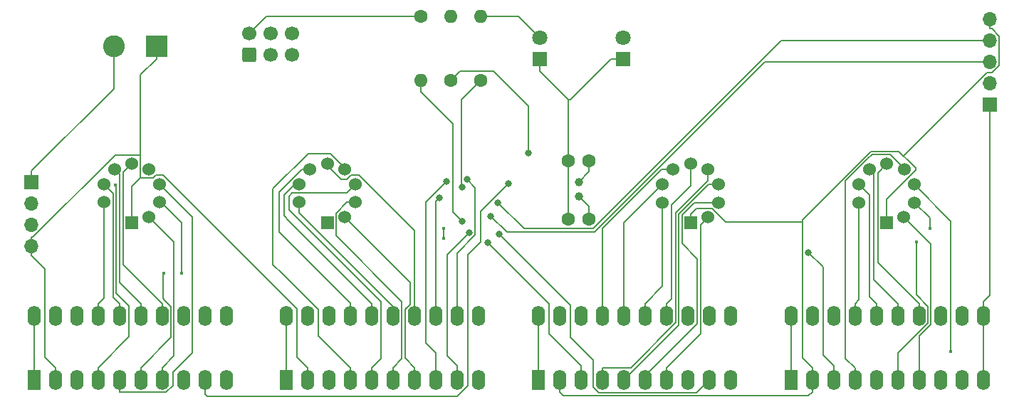
<source format=gbr>
G04 #@! TF.GenerationSoftware,KiCad,Pcbnew,6.0.4-6f826c9f35~116~ubuntu20.04.1*
G04 #@! TF.CreationDate,2022-04-12T09:58:37+02:00*
G04 #@! TF.ProjectId,numitron clock-rotated-numitrons,6e756d69-7472-46f6-9e20-636c6f636b2d,rev?*
G04 #@! TF.SameCoordinates,Original*
G04 #@! TF.FileFunction,Copper,L2,Bot*
G04 #@! TF.FilePolarity,Positive*
%FSLAX46Y46*%
G04 Gerber Fmt 4.6, Leading zero omitted, Abs format (unit mm)*
G04 Created by KiCad (PCBNEW 6.0.4-6f826c9f35~116~ubuntu20.04.1) date 2022-04-12 09:58:37*
%MOMM*%
%LPD*%
G01*
G04 APERTURE LIST*
G04 Aperture macros list*
%AMRoundRect*
0 Rectangle with rounded corners*
0 $1 Rounding radius*
0 $2 $3 $4 $5 $6 $7 $8 $9 X,Y pos of 4 corners*
0 Add a 4 corners polygon primitive as box body*
4,1,4,$2,$3,$4,$5,$6,$7,$8,$9,$2,$3,0*
0 Add four circle primitives for the rounded corners*
1,1,$1+$1,$2,$3*
1,1,$1+$1,$4,$5*
1,1,$1+$1,$6,$7*
1,1,$1+$1,$8,$9*
0 Add four rect primitives between the rounded corners*
20,1,$1+$1,$2,$3,$4,$5,0*
20,1,$1+$1,$4,$5,$6,$7,0*
20,1,$1+$1,$6,$7,$8,$9,0*
20,1,$1+$1,$8,$9,$2,$3,0*%
G04 Aperture macros list end*
G04 #@! TA.AperFunction,ComponentPad*
%ADD10R,1.600000X2.400000*%
G04 #@! TD*
G04 #@! TA.AperFunction,ComponentPad*
%ADD11O,1.600000X2.400000*%
G04 #@! TD*
G04 #@! TA.AperFunction,ComponentPad*
%ADD12R,1.524000X1.524000*%
G04 #@! TD*
G04 #@! TA.AperFunction,ComponentPad*
%ADD13C,1.524000*%
G04 #@! TD*
G04 #@! TA.AperFunction,ComponentPad*
%ADD14RoundRect,0.250000X0.600000X-0.600000X0.600000X0.600000X-0.600000X0.600000X-0.600000X-0.600000X0*%
G04 #@! TD*
G04 #@! TA.AperFunction,ComponentPad*
%ADD15C,1.700000*%
G04 #@! TD*
G04 #@! TA.AperFunction,ComponentPad*
%ADD16C,1.600000*%
G04 #@! TD*
G04 #@! TA.AperFunction,ComponentPad*
%ADD17O,1.600000X1.600000*%
G04 #@! TD*
G04 #@! TA.AperFunction,ComponentPad*
%ADD18R,1.700000X1.700000*%
G04 #@! TD*
G04 #@! TA.AperFunction,ComponentPad*
%ADD19O,1.700000X1.700000*%
G04 #@! TD*
G04 #@! TA.AperFunction,ComponentPad*
%ADD20C,1.000000*%
G04 #@! TD*
G04 #@! TA.AperFunction,ComponentPad*
%ADD21R,2.600000X2.600000*%
G04 #@! TD*
G04 #@! TA.AperFunction,ComponentPad*
%ADD22C,2.600000*%
G04 #@! TD*
G04 #@! TA.AperFunction,ComponentPad*
%ADD23R,1.800000X1.800000*%
G04 #@! TD*
G04 #@! TA.AperFunction,ComponentPad*
%ADD24C,1.800000*%
G04 #@! TD*
G04 #@! TA.AperFunction,ViaPad*
%ADD25C,0.800000*%
G04 #@! TD*
G04 #@! TA.AperFunction,ViaPad*
%ADD26C,0.400000*%
G04 #@! TD*
G04 #@! TA.AperFunction,Conductor*
%ADD27C,0.200000*%
G04 #@! TD*
G04 APERTURE END LIST*
D10*
X133175000Y-127525000D03*
D11*
X135715000Y-127525000D03*
X138255000Y-127525000D03*
X140795000Y-127525000D03*
X143335000Y-127525000D03*
X145875000Y-127525000D03*
X148415000Y-127525000D03*
X150955000Y-127525000D03*
X153495000Y-127525000D03*
X156035000Y-127525000D03*
X156035000Y-119905000D03*
X153495000Y-119905000D03*
X150955000Y-119905000D03*
X148415000Y-119905000D03*
X145875000Y-119905000D03*
X143335000Y-119905000D03*
X140795000Y-119905000D03*
X138255000Y-119905000D03*
X135715000Y-119905000D03*
X133175000Y-119905000D03*
D10*
X103175000Y-127525000D03*
D11*
X105715000Y-127525000D03*
X108255000Y-127525000D03*
X110795000Y-127525000D03*
X113335000Y-127525000D03*
X115875000Y-127525000D03*
X118415000Y-127525000D03*
X120955000Y-127525000D03*
X123495000Y-127525000D03*
X126035000Y-127525000D03*
X126035000Y-119905000D03*
X123495000Y-119905000D03*
X120955000Y-119905000D03*
X118415000Y-119905000D03*
X115875000Y-119905000D03*
X113335000Y-119905000D03*
X110795000Y-119905000D03*
X108255000Y-119905000D03*
X105715000Y-119905000D03*
X103175000Y-119905000D03*
D10*
X193175000Y-127525000D03*
D11*
X195715000Y-127525000D03*
X198255000Y-127525000D03*
X200795000Y-127525000D03*
X203335000Y-127525000D03*
X205875000Y-127525000D03*
X208415000Y-127525000D03*
X210955000Y-127525000D03*
X213495000Y-127525000D03*
X216035000Y-127525000D03*
X216035000Y-119905000D03*
X213495000Y-119905000D03*
X210955000Y-119905000D03*
X208415000Y-119905000D03*
X205875000Y-119905000D03*
X203335000Y-119905000D03*
X200795000Y-119905000D03*
X198255000Y-119905000D03*
X195715000Y-119905000D03*
X193175000Y-119905000D03*
D12*
X204560000Y-108835000D03*
D13*
X206620000Y-108175000D03*
X207890000Y-106425000D03*
X207870000Y-104285000D03*
X206640000Y-102475000D03*
X204560000Y-101835000D03*
X202500000Y-102505000D03*
X201230000Y-104255000D03*
X201230000Y-106415000D03*
D12*
X181260000Y-108835000D03*
D13*
X183320000Y-108175000D03*
X184590000Y-106425000D03*
X184570000Y-104285000D03*
X183340000Y-102475000D03*
X181260000Y-101835000D03*
X179200000Y-102505000D03*
X177930000Y-104255000D03*
X177930000Y-106415000D03*
D10*
X163175000Y-127525000D03*
D11*
X165715000Y-127525000D03*
X168255000Y-127525000D03*
X170795000Y-127525000D03*
X173335000Y-127525000D03*
X175875000Y-127525000D03*
X178415000Y-127525000D03*
X180955000Y-127525000D03*
X183495000Y-127525000D03*
X186035000Y-127525000D03*
X186035000Y-119905000D03*
X183495000Y-119905000D03*
X180955000Y-119905000D03*
X178415000Y-119905000D03*
X175875000Y-119905000D03*
X173335000Y-119905000D03*
X170795000Y-119905000D03*
X168255000Y-119905000D03*
X165715000Y-119905000D03*
X163175000Y-119905000D03*
D14*
X128755000Y-88852500D03*
D15*
X128755000Y-86312500D03*
X131295000Y-88852500D03*
X131295000Y-86312500D03*
X133835000Y-88852500D03*
X133835000Y-86312500D03*
D16*
X152705000Y-91910000D03*
D17*
X152705000Y-84290000D03*
D12*
X114800000Y-108800000D03*
D13*
X116860000Y-108140000D03*
X118130000Y-106390000D03*
X118110000Y-104250000D03*
X116880000Y-102440000D03*
X114800000Y-101800000D03*
X112740000Y-102470000D03*
X111470000Y-104220000D03*
X111470000Y-106380000D03*
D16*
X166695000Y-108410000D03*
X169195000Y-108410000D03*
X149180000Y-84290000D03*
D17*
X149180000Y-91910000D03*
D12*
X138080000Y-108800000D03*
D13*
X140140000Y-108140000D03*
X141410000Y-106390000D03*
X141390000Y-104250000D03*
X140160000Y-102440000D03*
X138080000Y-101800000D03*
X136020000Y-102470000D03*
X134750000Y-104220000D03*
X134750000Y-106380000D03*
D16*
X156300000Y-91910000D03*
D17*
X156300000Y-84290000D03*
D18*
X102900000Y-104025000D03*
D19*
X102900000Y-106565000D03*
X102900000Y-109105000D03*
X102900000Y-111645000D03*
D18*
X216800000Y-94775000D03*
D19*
X216800000Y-92235000D03*
X216800000Y-89695000D03*
X216800000Y-87155000D03*
X216800000Y-84615000D03*
D20*
X167945000Y-103965000D03*
X167945000Y-105665000D03*
D21*
X117745000Y-87795000D03*
D22*
X112665000Y-87795000D03*
D23*
X163300000Y-89375000D03*
D24*
X163300000Y-86835000D03*
D23*
X173200000Y-89375000D03*
D24*
X173200000Y-86835000D03*
D16*
X166695000Y-101425000D03*
X169195000Y-101425000D03*
D25*
X154096000Y-108623000D03*
X151401000Y-105856000D03*
X195265000Y-112340000D03*
X159561000Y-104194000D03*
X158484000Y-110182000D03*
X157171000Y-111222000D03*
X154708000Y-103701000D03*
X154930000Y-110019000D03*
X152243000Y-103947000D03*
D26*
X151900000Y-110700000D03*
X151900000Y-109500000D03*
X212200000Y-124119800D03*
X209700000Y-109500000D03*
X208100000Y-111100000D03*
D25*
X158332000Y-106424000D03*
X157517000Y-108023000D03*
X162010000Y-100520000D03*
X154056000Y-104554000D03*
D26*
X118600000Y-114800000D03*
X120700000Y-114800000D03*
X112865000Y-104306200D03*
D27*
X134445000Y-119099100D02*
X134445000Y-124794700D01*
X105715000Y-127525000D02*
X105715000Y-126064700D01*
X104445000Y-124794700D02*
X105715000Y-126064700D01*
X115857600Y-100739800D02*
X112873100Y-100739800D01*
X134445000Y-124794700D02*
X135715000Y-126064700D01*
X204560000Y-108835000D02*
X204560000Y-106040000D01*
X216800000Y-84615000D02*
X216800000Y-85725300D01*
X112873100Y-100739800D02*
X103078200Y-110534700D01*
X204560000Y-106040000D02*
X208000000Y-102600000D01*
X181920100Y-107152600D02*
X183807500Y-107152600D01*
X135715000Y-127525000D02*
X135715000Y-126064700D01*
X181260000Y-107812700D02*
X181920100Y-107152600D01*
X206031880Y-100340480D02*
X207598200Y-101906800D01*
X185384500Y-108729600D02*
X194587900Y-108729600D01*
X115857600Y-103462200D02*
X115857900Y-103462500D01*
X206575800Y-100884400D02*
X216495200Y-90965000D01*
X117745000Y-89355300D02*
X115857600Y-91242700D01*
X208000000Y-102600000D02*
X208000000Y-102308700D01*
X117683100Y-103156900D02*
X118502800Y-103156900D01*
X130777500Y-84290000D02*
X149180000Y-84290000D01*
X103078200Y-110534700D02*
X102900000Y-110534700D01*
X102900000Y-111645000D02*
X102900000Y-110534700D01*
X102900000Y-112755300D02*
X104445000Y-114300300D01*
X206031880Y-100340480D02*
X202690420Y-100340480D01*
X115857600Y-91242700D02*
X115857600Y-100739800D01*
X194587900Y-108729600D02*
X194587900Y-108887900D01*
X217951200Y-86598900D02*
X217077600Y-85725300D01*
X216495200Y-90965000D02*
X217121800Y-90965000D01*
X202690420Y-100340480D02*
X194587900Y-108443000D01*
X194587900Y-108443000D02*
X194587900Y-108887900D01*
X165715000Y-128985300D02*
X166145500Y-129415800D01*
X208000000Y-102308700D02*
X207598200Y-101906900D01*
X195284500Y-129415800D02*
X195715000Y-128985300D01*
X117745000Y-87795000D02*
X117745000Y-89355300D01*
X115857900Y-103462500D02*
X117377500Y-103462500D01*
X217077600Y-85725300D02*
X216800000Y-85725300D01*
X104445000Y-114300300D02*
X104445000Y-124794700D01*
X117377500Y-103462500D02*
X117683100Y-103156900D01*
X115857900Y-103462500D02*
X114800000Y-104520400D01*
X181260000Y-108835000D02*
X181260000Y-107812700D01*
X183807500Y-107152600D02*
X185384500Y-108729600D01*
X217121800Y-90965000D02*
X217951200Y-90135600D01*
X118502800Y-103156900D02*
X134445000Y-119099100D01*
X165715000Y-127525000D02*
X165715000Y-128985300D01*
X114800000Y-104520400D02*
X114800000Y-108800000D01*
X207598200Y-101906800D02*
X207598200Y-101906900D01*
X217951200Y-90135600D02*
X217951200Y-86598900D01*
X194587900Y-108887900D02*
X194587900Y-124937600D01*
X194587900Y-124937600D02*
X195715000Y-126064700D01*
X166145500Y-129415800D02*
X195284500Y-129415800D01*
X128755000Y-86312500D02*
X130777500Y-84290000D01*
X115857600Y-100739800D02*
X115857600Y-103462200D01*
X102900000Y-111645000D02*
X102900000Y-112755300D01*
X195715000Y-127525000D02*
X195715000Y-126064700D01*
X195715000Y-127525000D02*
X195715000Y-128985300D01*
X153003000Y-107530000D02*
X154096000Y-108623000D01*
X149180000Y-91910000D02*
X149180000Y-93210000D01*
X153003000Y-97032900D02*
X153003000Y-107530000D01*
X149180000Y-93210000D02*
X153003000Y-97032900D01*
X135800000Y-100600000D02*
X138428200Y-100600000D01*
X140795000Y-127525000D02*
X140795000Y-126064700D01*
X132742500Y-114942500D02*
X131600000Y-113800000D01*
X132759800Y-114942500D02*
X132742500Y-114942500D01*
X140795000Y-126064700D02*
X136985000Y-122254700D01*
X136985000Y-122254700D02*
X136985000Y-119167700D01*
X140160000Y-102331800D02*
X140160000Y-102440000D01*
X131600000Y-104800000D02*
X135800000Y-100600000D01*
X136985000Y-119167700D02*
X132759800Y-114942500D01*
X131600000Y-113800000D02*
X131600000Y-104800000D01*
X138428200Y-100600000D02*
X140160000Y-102331800D01*
X143335000Y-126064700D02*
X143335000Y-127525000D01*
X144446100Y-118246100D02*
X144446100Y-124953600D01*
X133500000Y-105700000D02*
X133500000Y-107300000D01*
X140340000Y-105300000D02*
X133900000Y-105300000D01*
X144446100Y-124953600D02*
X143335000Y-126064700D01*
X133900000Y-105300000D02*
X133500000Y-105700000D01*
X141390000Y-104250000D02*
X140340000Y-105300000D01*
X133500000Y-107300000D02*
X144446100Y-118246100D01*
X146661300Y-117938700D02*
X139102400Y-110379800D01*
X140399300Y-106390000D02*
X141410000Y-106390000D01*
X146811300Y-118088700D02*
X146661300Y-117938700D01*
X139102400Y-110379800D02*
X139102400Y-107686900D01*
X146940480Y-124999220D02*
X146940480Y-118217880D01*
X145875000Y-127525000D02*
X145875000Y-126064700D01*
X139102400Y-107686900D02*
X140399300Y-106390000D01*
X146934520Y-118211920D02*
X146811300Y-118088700D01*
X145875000Y-126064700D02*
X146940480Y-124999220D01*
X146940480Y-118217880D02*
X146661300Y-117938700D01*
X148415000Y-127525000D02*
X148415000Y-126064700D01*
X147710807Y-118710807D02*
X147355480Y-119066133D01*
X147300000Y-119121614D02*
X147710807Y-118710807D01*
X147900000Y-118521613D02*
X147710807Y-118710807D01*
X147300000Y-124949700D02*
X147300000Y-119121614D01*
X148415000Y-126064700D02*
X147300000Y-124949700D01*
X147900000Y-115900000D02*
X147900000Y-118521613D01*
X140140000Y-108140000D02*
X147900000Y-115900000D01*
X141850500Y-103189200D02*
X140910800Y-103189200D01*
X138080000Y-102080000D02*
X138080000Y-101800000D01*
X139700000Y-103700000D02*
X138080000Y-102080000D01*
X148415000Y-109753700D02*
X141850500Y-103189200D01*
X140910800Y-103189200D02*
X140400000Y-103700000D01*
X140400000Y-103700000D02*
X139700000Y-103700000D01*
X148415000Y-119905000D02*
X148415000Y-109753700D01*
X134750000Y-106380000D02*
X134750000Y-107650000D01*
X134750000Y-107650000D02*
X145875000Y-118775000D01*
X145875000Y-118775000D02*
X145875000Y-119905000D01*
X134180000Y-104220000D02*
X134750000Y-104220000D01*
X133512300Y-108612300D02*
X132900000Y-108000000D01*
X143335000Y-119905000D02*
X143335000Y-118444700D01*
X132900000Y-105500000D02*
X134180000Y-104220000D01*
X133512300Y-108622000D02*
X133512300Y-108612300D01*
X132900000Y-108000000D02*
X132900000Y-105500000D01*
X133512300Y-108622000D02*
X143335000Y-118444700D01*
X150955000Y-119905000D02*
X150955000Y-106302000D01*
X150955000Y-106302000D02*
X151401000Y-105856000D01*
X216035000Y-118205000D02*
X216800000Y-117440000D01*
X102900000Y-102675000D02*
X102900000Y-104025000D01*
X166695000Y-108410000D02*
X166695000Y-101425000D01*
X166695000Y-101425000D02*
X166695000Y-94170000D01*
X216800000Y-117440000D02*
X216800000Y-94775000D01*
X163300000Y-89375000D02*
X163300000Y-90775000D01*
X171800000Y-89375000D02*
X173200000Y-89375000D01*
X163175000Y-119905000D02*
X163175000Y-127525000D01*
X216035000Y-119905000D02*
X216035000Y-118205000D01*
X167005000Y-94170000D02*
X171800000Y-89375000D01*
X133175000Y-127525000D02*
X133175000Y-119905000D01*
X166695000Y-94170000D02*
X167005000Y-94170000D01*
X103175000Y-127525000D02*
X103175000Y-119905000D01*
X112665000Y-87795000D02*
X112665000Y-92910000D01*
X163300000Y-90775000D02*
X166695000Y-94170000D01*
X216035000Y-119905000D02*
X216035000Y-127525000D01*
X112665000Y-92910000D02*
X102900000Y-102675000D01*
X193175000Y-127525000D02*
X193175000Y-119905000D01*
X169195000Y-102715000D02*
X167945000Y-103965000D01*
X169195000Y-101425000D02*
X169195000Y-102715000D01*
X169195000Y-106915000D02*
X167945000Y-105665000D01*
X169195000Y-108410000D02*
X169195000Y-106915000D01*
X196985000Y-114060000D02*
X195265000Y-112340000D01*
X198255000Y-127525000D02*
X198255000Y-125825000D01*
X196985000Y-124555000D02*
X196985000Y-114060000D01*
X198255000Y-125825000D02*
X196985000Y-124555000D01*
X156276000Y-107479000D02*
X159561000Y-104194000D01*
X156276000Y-111127000D02*
X156276000Y-107479000D01*
X123769000Y-129499000D02*
X153508000Y-129499000D01*
X123495000Y-127525000D02*
X123495000Y-129225000D01*
X154765000Y-112638000D02*
X156276000Y-111127000D01*
X123495000Y-129225000D02*
X123769000Y-129499000D01*
X154765000Y-128242000D02*
X154765000Y-112638000D01*
X153508000Y-129499000D02*
X154765000Y-128242000D01*
X166985000Y-122490000D02*
X166985000Y-118683000D01*
X166985000Y-118683000D02*
X158484000Y-110182000D01*
X183495000Y-127525000D02*
X181971000Y-129049000D01*
X181971000Y-129049000D02*
X170361000Y-129049000D01*
X170361000Y-129049000D02*
X169695000Y-128382000D01*
X169695000Y-125200000D02*
X166985000Y-122490000D01*
X169695000Y-128382000D02*
X169695000Y-125200000D01*
X168255000Y-127525000D02*
X168255000Y-125825000D01*
X168255000Y-125825000D02*
X164445000Y-122015000D01*
X164445000Y-122015000D02*
X164445000Y-118496000D01*
X164445000Y-118496000D02*
X157171000Y-111222000D01*
X155644000Y-104636000D02*
X154708000Y-103701000D01*
X153495000Y-119905000D02*
X153495000Y-112443000D01*
X155644000Y-110294000D02*
X155644000Y-104636000D01*
X153495000Y-112443000D02*
X155644000Y-110294000D01*
X153495000Y-125825000D02*
X152348000Y-124678000D01*
X152348000Y-124678000D02*
X152348000Y-112600000D01*
X153495000Y-127525000D02*
X153495000Y-125825000D01*
X152348000Y-112600000D02*
X154930000Y-110019000D01*
X149819000Y-106371000D02*
X152243000Y-103947000D01*
X150955000Y-127525000D02*
X150955000Y-124295000D01*
X149819000Y-123159000D02*
X149819000Y-106371000D01*
X150955000Y-124295000D02*
X149819000Y-123159000D01*
X151900000Y-110700000D02*
X151900000Y-109500000D01*
X200795000Y-126064700D02*
X199683800Y-124953500D01*
X206640000Y-102388600D02*
X206640000Y-102475000D01*
X200795000Y-127525000D02*
X200795000Y-126064700D01*
X202312700Y-101226638D02*
X202839338Y-100700000D01*
X202312700Y-101227800D02*
X202312700Y-101226638D01*
X199683800Y-103856700D02*
X202312700Y-101227800D01*
X199683800Y-124953500D02*
X199683800Y-103856700D01*
X204951400Y-100700000D02*
X206640000Y-102388600D01*
X202839338Y-100700000D02*
X204951400Y-100700000D01*
X207870000Y-104285000D02*
X212200000Y-108615000D01*
X212200000Y-108615000D02*
X212200000Y-124119800D01*
X208100000Y-117400000D02*
X209487600Y-118787600D01*
X209487600Y-118787600D02*
X209487600Y-120740800D01*
X207890000Y-106425000D02*
X209700000Y-108235000D01*
X205875000Y-124353400D02*
X205875000Y-127525000D01*
X209487600Y-120740800D02*
X205875000Y-124353400D01*
X208100000Y-111100000D02*
X208100000Y-117400000D01*
X209700000Y-108235000D02*
X209700000Y-109500000D01*
X209848000Y-120890200D02*
X209848000Y-111403000D01*
X209848000Y-111403000D02*
X206620000Y-108175000D01*
X208415000Y-122323200D02*
X209848000Y-120890200D01*
X208415000Y-127525000D02*
X208415000Y-122323200D01*
X203537600Y-102857400D02*
X203537600Y-113567300D01*
X204560000Y-101835000D02*
X203537600Y-102857400D01*
X208415000Y-119905000D02*
X208415000Y-118444700D01*
X203537600Y-113567300D02*
X208415000Y-118444700D01*
X205875000Y-119905000D02*
X205875000Y-118444700D01*
X202500000Y-102505000D02*
X203028100Y-103033100D01*
X203028100Y-103033100D02*
X203028100Y-115597800D01*
X203028100Y-115597800D02*
X205875000Y-118444700D01*
X202518100Y-117627800D02*
X203335000Y-118444700D01*
X203335000Y-119905000D02*
X203335000Y-118444700D01*
X201230000Y-104255000D02*
X202518100Y-105543100D01*
X202518100Y-105543100D02*
X202518100Y-117627800D01*
X200795000Y-119905000D02*
X200795000Y-118444700D01*
X201230000Y-118009700D02*
X200795000Y-118444700D01*
X201230000Y-106415000D02*
X201230000Y-118009700D01*
X136020000Y-102470000D02*
X135005700Y-102470000D01*
X135005700Y-102470000D02*
X132300000Y-105175700D01*
X140795000Y-118395000D02*
X140795000Y-119905000D01*
X132300000Y-109900000D02*
X140795000Y-118395000D01*
X132300000Y-105175700D02*
X132300000Y-109900000D01*
X169691000Y-109523000D02*
X161431000Y-109523000D01*
X161431000Y-109523000D02*
X158332000Y-106424000D01*
X216800000Y-87155000D02*
X192059000Y-87155000D01*
X192059000Y-87155000D02*
X169691000Y-109523000D01*
X157517000Y-108023000D02*
X159438000Y-109944000D01*
X169856000Y-109944000D02*
X190105000Y-89695000D01*
X190105000Y-89695000D02*
X216800000Y-89695000D01*
X159438000Y-109944000D02*
X169856000Y-109944000D01*
X162010000Y-94960300D02*
X162010000Y-100520000D01*
X152705000Y-91910000D02*
X153850000Y-90765400D01*
X157815000Y-90765400D02*
X162010000Y-94960300D01*
X153850000Y-90765400D02*
X157815000Y-90765400D01*
X153993000Y-104491000D02*
X153993000Y-94216700D01*
X153993000Y-94216700D02*
X156300000Y-91910000D01*
X154056000Y-104554000D02*
X153993000Y-104491000D01*
X160755000Y-84290000D02*
X163300000Y-86835000D01*
X156300000Y-84290000D02*
X160755000Y-84290000D01*
X118415000Y-126064700D02*
X119847800Y-124631900D01*
X119847800Y-124631900D02*
X119847800Y-111127800D01*
X118415000Y-127525000D02*
X118415000Y-126064700D01*
X119847800Y-111127800D02*
X116860000Y-108140000D01*
X118130000Y-106390000D02*
X118290000Y-106390000D01*
X118290000Y-106390000D02*
X120700000Y-108800000D01*
X118500000Y-114800000D02*
X118500000Y-117829800D01*
X118500000Y-117829800D02*
X118685100Y-118014900D01*
X119474520Y-118804320D02*
X118685100Y-118014900D01*
X120700000Y-108800000D02*
X120700000Y-114800000D01*
X115875000Y-126064700D02*
X119474520Y-122465180D01*
X118600000Y-114800000D02*
X118500000Y-114800000D01*
X115875000Y-127525000D02*
X115875000Y-126064700D01*
X119474520Y-122465180D02*
X119474520Y-118804320D01*
X118877100Y-128985300D02*
X113335000Y-128985300D01*
X122041100Y-108181100D02*
X122041100Y-124278700D01*
X119685000Y-128177400D02*
X118877100Y-128985300D01*
X113335000Y-127525000D02*
X113335000Y-128985300D01*
X118110000Y-104250000D02*
X122041100Y-108181100D01*
X119685000Y-126634800D02*
X119685000Y-128177400D01*
X122041100Y-124278700D02*
X119685000Y-126634800D01*
X110795000Y-126064700D02*
X114454500Y-122405200D01*
X112974800Y-117232200D02*
X112974800Y-104416000D01*
X110795000Y-127525000D02*
X110795000Y-126064700D01*
X114454500Y-122405200D02*
X114454500Y-118711900D01*
X114454500Y-118711900D02*
X112974800Y-117232200D01*
X112974800Y-104416000D02*
X112865000Y-104306200D01*
X113777600Y-113807300D02*
X113777600Y-102822400D01*
X118415000Y-119905000D02*
X118415000Y-118444700D01*
X113777600Y-102822400D02*
X114800000Y-101800000D01*
X118415000Y-118444700D02*
X113777600Y-113807300D01*
X115875000Y-119905000D02*
X115875000Y-118444700D01*
X113335100Y-115904800D02*
X115875000Y-118444700D01*
X112740000Y-102470000D02*
X113335100Y-103065100D01*
X113335100Y-103065100D02*
X113335100Y-115904800D01*
X113335000Y-119905000D02*
X113335000Y-118444700D01*
X112614500Y-105364500D02*
X112614500Y-117724200D01*
X112614500Y-117724200D02*
X113335000Y-118444700D01*
X111470000Y-104220000D02*
X112614500Y-105364500D01*
X111470000Y-106380000D02*
X111470000Y-117769700D01*
X110795000Y-119905000D02*
X110795000Y-118444700D01*
X111470000Y-117769700D02*
X110795000Y-118444700D01*
X178415000Y-126064700D02*
X182427000Y-122052700D01*
X182427000Y-109068000D02*
X183320000Y-108175000D01*
X182427000Y-122052700D02*
X182427000Y-109068000D01*
X178415000Y-127525000D02*
X178415000Y-126064700D01*
X180237600Y-107924600D02*
X180237600Y-111317300D01*
X175875000Y-127025000D02*
X175875000Y-127525000D01*
X180237600Y-111317300D02*
X182067480Y-113147180D01*
X181737200Y-106425000D02*
X180237600Y-107924600D01*
X182067480Y-120832520D02*
X175875000Y-127025000D01*
X184590000Y-106425000D02*
X181737200Y-106425000D01*
X182067480Y-113147180D02*
X182067480Y-120832520D01*
X179865900Y-107786600D02*
X179865900Y-120994100D01*
X184570000Y-104285000D02*
X183367500Y-104285000D01*
X179865900Y-120994100D02*
X173335000Y-127525000D01*
X183367500Y-104285000D02*
X179865900Y-107786600D01*
X183340000Y-102475000D02*
X183340000Y-103803000D01*
X179505400Y-107637600D02*
X179505400Y-120715700D01*
X183340000Y-103803000D02*
X179505400Y-107637600D01*
X179505400Y-120715700D02*
X174156400Y-126064700D01*
X170795000Y-127525000D02*
X170795000Y-126064700D01*
X174156400Y-126064700D02*
X170795000Y-126064700D01*
X178415000Y-118444700D02*
X178952400Y-117907300D01*
X178952400Y-106725300D02*
X181260000Y-104417700D01*
X178415000Y-119905000D02*
X178415000Y-118444700D01*
X178952400Y-117907300D02*
X178952400Y-106725300D01*
X181260000Y-104417700D02*
X181260000Y-101835000D01*
X177803438Y-102505000D02*
X179200000Y-102505000D01*
X170795000Y-109513438D02*
X177803438Y-102505000D01*
X170795000Y-119905000D02*
X170795000Y-109513438D01*
X173335000Y-119905000D02*
X173335000Y-108850000D01*
X173335000Y-108850000D02*
X177930000Y-104255000D01*
X175875000Y-118444700D02*
X177930000Y-116389700D01*
X175875000Y-119905000D02*
X175875000Y-118444700D01*
X177930000Y-116389700D02*
X177930000Y-106415000D01*
M02*

</source>
